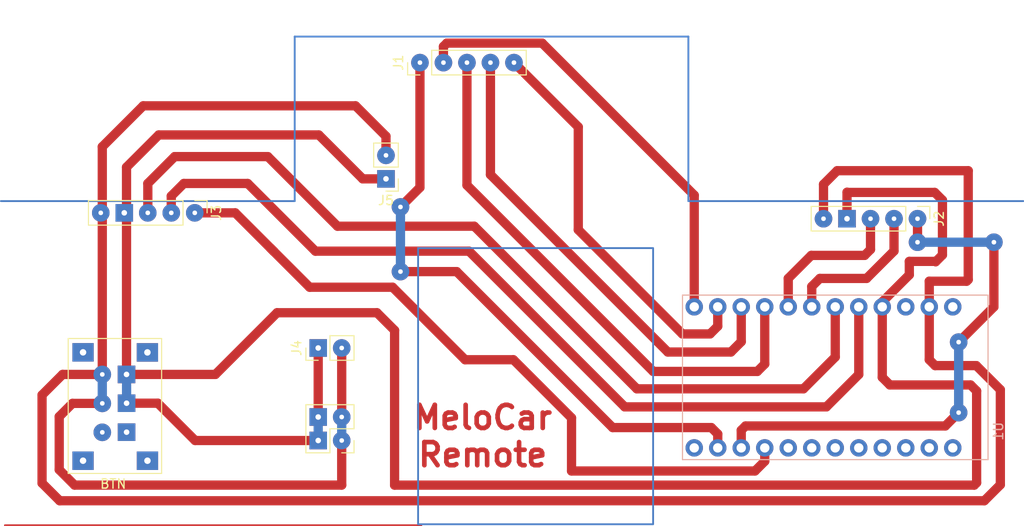
<source format=kicad_pcb>
(kicad_pcb (version 20211014) (generator pcbnew)
  (layers (0 "F.Cu" signal) (31 "B.Cu" signal) (34 "B.Paste" user) (35 "F.Paste" user) (36 "B.SilkS" user "B.Silkscreen") (37 "F.SilkS" user "F.Silkscreen") (38 "B.Mask" user) (39 "F.Mask" user) (44 "Edge.Cuts" user))
  (net 0 "")
  (net 1 "+5V")
  (net 2 "GND")
  (net 10 "Net-(J1-Pad1)")
  (net 12 "Net-(J1-Pad2)")
  (net 13 "Net-(J1-Pad5)")
  (net 14 "Net-(J1-Pad3)")
  (net 17 "Net-(J2-Pad1)")
  (net 18 "Net-(J1-Pad4)")
  (net 19 "Net-(J2-Pad3)")
  (net 20 "Net-(J3-Pad1)")
  (net 21 "Net-(J3-Pad2)")
  (net 22 "Net-(U1-PadJP6_6)")
  (net 23 "Net-(U1-PadJP6_7)")
  (footprint "" (layer "F.Cu") (at 115.57 65.405)
    (fp_text reference "" (at 0 0) (layer "F.SilkS") (effects (font (size 1.27 1.27))))
    (fp_text value "" (at 0 0) (layer "F.SilkS") (effects (font (size 1.27 1.27))))
    (pad "1" thru_hole oval (at 0 0 270) (size 1.9 1.9) (drill 0.5) (layers *.Cu *.Mask) (net 17 "Net-(J2-Pad1)"))
  )
  (footprint "Connector_PinHeader_2.54mm:PinHeader_2x02_P2.54mm_Vertical" (layer "F.Cu") (at 48.895 68.42 180)
    (fp_text reference "" (at 1.27 -2.33) (layer "F.SilkS"))
    (fp_text value "POWERS")
    (fp_line (start -1.33 3.87) (end 3.87 3.87) (layer "F.SilkS") (width 0.12))
    (fp_line (start 3.87 -1.33) (end 3.87 3.87) (layer "F.SilkS") (width 0.12))
    (fp_line (start 1.27 1.27) (end 1.27 -1.33) (layer "F.SilkS") (width 0.12))
    (fp_line (start -1.33 1.27) (end 1.27 1.27) (layer "F.SilkS") (width 0.12))
    (fp_line (start -1.33 -1.33) (end 0 -1.33) (layer "F.SilkS") (width 0.12))
    (fp_line (start -1.33 1.27) (end -1.33 3.87) (layer "F.SilkS") (width 0.12))
    (fp_line (start 1.27 -1.33) (end 3.87 -1.33) (layer "F.SilkS") (width 0.12))
    (fp_line (start -1.33 0) (end -1.33 -1.33) (layer "F.SilkS") (width 0.12))
    (pad "1" thru_hole oval (at 0 0 180) (size 1.9 1.9) (drill 0.5) (layers *.Cu *.Mask) (net 2 "GND"))
    (pad "2" thru_hole rect (at 2.54 0 180) (size 1.9 1.9) (drill 0.6) (layers *.Cu *.Mask) (net 1 "+5V"))
    (pad "3" thru_hole oval (at 0 2.54 180) (size 1.9 1.9) (drill 0.5) (layers *.Cu *.Mask) (net 2 "GND"))
    (pad "4" thru_hole rect (at 2.54 2.54 180) (size 1.9 1.9) (drill 0.6) (layers *.Cu *.Mask) (net 1 "+5V"))
  )
  (footprint "" (layer "F.Cu") (at 115.57 57.785)
    (fp_text reference "" (at 0 0) (layer "F.SilkS") (effects (font (size 1.27 1.27))))
    (fp_text value "" (at 0 0) (layer "F.SilkS") (effects (font (size 1.27 1.27))))
    (pad "1" thru_hole oval (at 0 0 270) (size 1.9 1.9) (drill 0.5) (layers *.Cu *.Mask) (net 17 "Net-(J2-Pad1)"))
  )
  (footprint "Connector_PinHeader_2.54mm:PinHeader_1x02_P2.54mm_Vertical" (layer "F.Cu") (at 46.355 58.42 90)
    (fp_text reference "J4" (at 0 -2.33 90) (layer "F.SilkS"))
    (fp_text value "Micro-Power-IN")
    (fp_line (start -1.33 0) (end -1.33 -1.33) (layer "F.SilkS") (width 0.12))
    (fp_line (start -1.33 1.27) (end 1.33 1.27) (layer "F.SilkS") (width 0.12))
    (fp_line (start -1.33 -1.33) (end 0 -1.33) (layer "F.SilkS") (width 0.12))
    (fp_line (start 1.33 1.27) (end 1.33 3.87) (layer "F.SilkS") (width 0.12))
    (fp_line (start -1.33 1.27) (end -1.33 3.87) (layer "F.SilkS") (width 0.12))
    (fp_line (start -1.33 3.87) (end 1.33 3.87) (layer "F.SilkS") (width 0.12))
    (pad "1" thru_hole rect (at 0 0 90) (size 1.9 1.9) (drill 0.6) (layers *.Cu *.Mask) (net 1 "+5V"))
    (pad "2" thru_hole oval (at 0 2.54 90) (size 1.9 1.9) (drill 0.5) (layers *.Cu *.Mask) (net 2 "GND"))
  )
  (footprint "Connector_PinHeader_2.54mm:PinHeader_1x05_P2.54mm_Vertical" (layer "F.Cu") (at 57.35 27.58 90)
    (fp_text reference "J1" (at 0 -2.33 90) (layer "F.SilkS"))
    (fp_text value "Conn_01x05_Male")
    (fp_line (start -1.33 0) (end -1.33 -1.33) (layer "F.SilkS") (width 0.12))
    (fp_line (start 1.33 1.27) (end 1.33 11.49) (layer "F.SilkS") (width 0.12))
    (fp_line (start -1.33 1.27) (end 1.33 1.27) (layer "F.SilkS") (width 0.12))
    (fp_line (start -1.33 -1.33) (end 0 -1.33) (layer "F.SilkS") (width 0.12))
    (fp_line (start -1.33 11.49) (end 1.33 11.49) (layer "F.SilkS") (width 0.12))
    (fp_line (start -1.33 1.27) (end -1.33 11.49) (layer "F.SilkS") (width 0.12))
    (pad "1" thru_hole oval (at 0 0 90) (size 1.9 1.9) (drill 0.5) (layers *.Cu *.Mask) (net 10 "Net-(J1-Pad1)"))
    (pad "2" thru_hole oval (at 0 2.54 90) (size 1.9 1.9) (drill 0.5) (layers *.Cu *.Mask) (net 12 "Net-(J1-Pad2)"))
    (pad "3" thru_hole oval (at 0 5.08 90) (size 1.9 1.9) (drill 0.5) (layers *.Cu *.Mask) (net 14 "Net-(J1-Pad3)"))
    (pad "4" thru_hole oval (at 0 7.62 90) (size 1.9 1.9) (drill 0.5) (layers *.Cu *.Mask) (net 18 "Net-(J1-Pad4)"))
    (pad "5" thru_hole oval (at 0 10.16 90) (size 1.9 1.9) (drill 0.5) (layers *.Cu *.Mask) (net 13 "Net-(J1-Pad5)"))
  )
  (footprint "" (layer "F.Cu") (at 55.245 43.18)
    (fp_text reference "" (at 0 0) (layer "F.SilkS") (effects (font (size 1.27 1.27))))
    (fp_text value "" (at 0 0) (layer "F.SilkS") (effects (font (size 1.27 1.27))))
    (pad "1" thru_hole oval (at 0 0 90) (size 1.9 1.9) (drill 0.5) (layers *.Cu *.Mask) (net 10 "Net-(J1-Pad1)"))
  )
  (footprint "Connector_PinHeader_2.54mm:PinHeader_1x02_P2.54mm_Vertical" (layer "F.Cu") (at 53.680487 40.141197 180)
    (fp_text reference "J5" (at 0 -2.33) (layer "F.SilkS"))
    (fp_text value "NRF-Power")
    (fp_line (start 1.33 1.27) (end 1.33 3.87) (layer "F.SilkS") (width 0.12))
    (fp_line (start -1.33 1.27) (end -1.33 3.87) (layer "F.SilkS") (width 0.12))
    (fp_line (start -1.33 0) (end -1.33 -1.33) (layer "F.SilkS") (width 0.12))
    (fp_line (start -1.33 3.87) (end 1.33 3.87) (layer "F.SilkS") (width 0.12))
    (fp_line (start -1.33 -1.33) (end 0 -1.33) (layer "F.SilkS") (width 0.12))
    (fp_line (start -1.33 1.27) (end 1.33 1.27) (layer "F.SilkS") (width 0.12))
    (pad "1" thru_hole rect (at 0 0 180) (size 1.9 1.9) (drill 0.6) (layers *.Cu *.Mask) (net 1 "+5V"))
    (pad "2" thru_hole oval (at 0 2.54 180) (size 1.9 1.9) (drill 0.5) (layers *.Cu *.Mask) (net 2 "GND"))
  )
  (footprint "Connector_PinHeader_2.54mm:PinHeader_1x05_P2.54mm_Vertical" (layer "F.Cu") (at 111.125 44.45 -90)
    (fp_text reference "J2" (at 0 -2.33 90) (layer "F.SilkS"))
    (fp_text value "Joystick_Left")
    (fp_line (start -1.33 11.49) (end 1.33 11.49) (layer "F.SilkS") (width 0.12))
    (fp_line (start 1.33 1.27) (end 1.33 11.49) (layer "F.SilkS") (width 0.12))
    (fp_line (start -1.33 -1.33) (end 0 -1.33) (layer "F.SilkS") (width 0.12))
    (fp_line (start -1.33 0) (end -1.33 -1.33) (layer "F.SilkS") (width 0.12))
    (fp_line (start -1.33 1.27) (end -1.33 11.49) (layer "F.SilkS") (width 0.12))
    (fp_line (start -1.33 1.27) (end 1.33 1.27) (layer "F.SilkS") (width 0.12))
    (pad "1" thru_hole oval (at 0 0 270) (size 1.9 1.9) (drill 0.5) (layers *.Cu *.Mask) (net 17 "Net-(J2-Pad1)"))
    (pad "2" thru_hole oval (at 0 2.54 270) (size 1.9 1.9) (drill 0.5) (layers *.Cu *.Mask) (net 23 "Net-(U1-PadJP6_7)"))
    (pad "3" thru_hole oval (at 0 5.08 270) (size 1.9 1.9) (drill 0.5) (layers *.Cu *.Mask) (net 19 "Net-(J2-Pad3)"))
    (pad "4" thru_hole rect (at 0 7.62 270) (size 1.9 1.9) (drill 0.6) (layers *.Cu *.Mask) (net 1 "+5V"))
    (pad "5" thru_hole oval (at 0 10.16 270) (size 1.9 1.9) (drill 0.5) (layers *.Cu *.Mask) (net 2 "GND"))
  )
  (footprint "Connector_PinHeader_2.54mm:PushButton_6_pin" (layer "F.Cu") (at 27.94 70.485 180)
    (fp_text reference "BTN" (at 3.74 -2.618) (layer "F.SilkS"))
    (fp_text value "PushButton_6_pin")
    (fp_line (start -1.491194 -1.496) (end 8.602 -1.496) (layer "F.SilkS") (width 0.12))
    (fp_line (start -1.491194 13.09) (end 8.602 13.09) (layer "F.SilkS") (width 0.12))
    (fp_line (start 8.602 -1.496) (end 8.602 13.09) (layer "F.SilkS") (width 0.12))
    (fp_line (start -1.491194 -1.496) (end -1.491194 13.09) (layer "F.SilkS") (width 0.12))
    (pad "" thru_hole rect (at 0.043736 11.586152 180) (size 2.3 2) (drill 0.7) (layers *.Cu *.Mask))
    (pad "" thru_hole rect (at 0.03893 -0.118391 180) (size 2.3 2) (drill 0.7) (layers *.Cu *.Mask))
    (pad "" thru_hole rect (at 7.000509 11.59419 180) (size 2.3 2) (drill 0.7) (layers *.Cu *.Mask))
    (pad "" thru_hole rect (at 7.000509 -0.118391 180) (size 2.3 2) (drill 0.7) (layers *.Cu *.Mask))
    (pad "1" thru_hole rect (at 2.294688 2.967779 180) (size 1.9 1.9) (drill 0.6) (layers *.Cu *.Mask))
    (pad "2" thru_hole oval (at 4.918896 2.948554 180) (size 1.9 1.9) (drill 0.5) (layers *.Cu *.Mask))
    (pad "3" thru_hole rect (at 2.29506 6.097205 180) (size 1.9 1.9) (drill 0.6) (layers *.Cu *.Mask) (net 1 "+5V"))
    (pad "4" thru_hole oval (at 4.919268 6.07798 180) (size 1.9 1.9) (drill 0.5) (layers *.Cu *.Mask) (net 2 "GND"))
    (pad "5" thru_hole rect (at 2.30164 9.207406 180) (size 1.9 1.9) (drill 0.6) (layers *.Cu *.Mask) (net 1 "+5V"))
    (pad "6" thru_hole oval (at 4.91964 9.207406 180) (size 1.9 1.9) (drill 0.5) (layers *.Cu *.Mask) (net 2 "GND"))
  )
  (footprint "" (layer "F.Cu") (at 55.245 50.165)
    (fp_text reference "" (at 0 0) (layer "F.SilkS") (effects (font (size 1.27 1.27))))
    (fp_text value "" (at 0 0) (layer "F.SilkS") (effects (font (size 1.27 1.27))))
    (pad "1" thru_hole oval (at 0 0 90) (size 1.9 1.9) (drill 0.5) (layers *.Cu *.Mask) (net 10 "Net-(J1-Pad1)"))
  )
  (footprint "" (layer "F.Cu") (at 119.38 46.99)
    (fp_text reference "" (at 0 0) (layer "F.SilkS") (effects (font (size 1.27 1.27))))
    (fp_text value "" (at 0 0) (layer "F.SilkS") (effects (font (size 1.27 1.27))))
    (pad "1" thru_hole oval (at 0 0 270) (size 1.9 1.9) (drill 0.5) (layers *.Cu *.Mask) (net 17 "Net-(J2-Pad1)"))
  )
  (footprint "" (layer "F.Cu") (at 111.125 46.99)
    (fp_text reference "" (at 0 0) (layer "F.SilkS") (effects (font (size 1.27 1.27))))
    (fp_text value "" (at 0 0) (layer "F.SilkS") (effects (font (size 1.27 1.27))))
    (pad "1" thru_hole oval (at 0 0 270) (size 1.9 1.9) (drill 0.5) (layers *.Cu *.Mask) (net 17 "Net-(J2-Pad1)"))
  )
  (footprint "Connector_PinHeader_2.54mm:PinHeader_1x05_P2.54mm_Vertical" (layer "F.Cu") (at 33.015 43.815 -90)
    (fp_text reference "J3" (at 0 -2.33 90) (layer "F.SilkS"))
    (fp_text value "Joystick_Right")
    (fp_line (start -1.33 -1.33) (end 0 -1.33) (layer "F.SilkS") (width 0.12))
    (fp_line (start 1.33 1.27) (end 1.33 11.49) (layer "F.SilkS") (width 0.12))
    (fp_line (start -1.33 1.27) (end -1.33 11.49) (layer "F.SilkS") (width 0.12))
    (fp_line (start -1.33 1.27) (end 1.33 1.27) (layer "F.SilkS") (width 0.12))
    (fp_line (start -1.33 0) (end -1.33 -1.33) (layer "F.SilkS") (width 0.12))
    (fp_line (start -1.33 11.49) (end 1.33 11.49) (layer "F.SilkS") (width 0.12))
    (pad "1" thru_hole oval (at 0 0 270) (size 1.9 1.9) (drill 0.5) (layers *.Cu *.Mask) (net 20 "Net-(J3-Pad1)"))
    (pad "2" thru_hole oval (at 0 2.54 270) (size 1.9 1.9) (drill 0.5) (layers *.Cu *.Mask) (net 21 "Net-(J3-Pad2)"))
    (pad "3" thru_hole oval (at 0 5.08 270) (size 1.9 1.9) (drill 0.5) (layers *.Cu *.Mask) (net 22 "Net-(U1-PadJP6_6)"))
    (pad "4" thru_hole rect (at 0 7.62 270) (size 1.9 1.9) (drill 0.6) (layers *.Cu *.Mask) (net 1 "+5V"))
    (pad "5" thru_hole oval (at 0 10.16 270) (size 1.9 1.9) (drill 0.5) (layers *.Cu *.Mask) (net 2 "GND"))
  )
  (footprint "Arduino pro mini:MODULE_ARDUINO_PRO_MINI" (layer "B.Cu") (at 102.235 61.595 90)
    (fp_text reference "U1" (at -5.825 17.635 270) (layer "B.SilkS") (effects (justify mirror)))
    (fp_text value "ARDUINO_PRO_MINI")
    (fp_line (start 8.89 16.51) (end -8.89 16.51) (layer "B.SilkS") (width 0.127))
    (fp_line (start -8.89 -16.51) (end 8.89 -16.51) (layer "B.SilkS") (width 0.127))
    (fp_line (start -8.89 16.51) (end -8.89 -16.51) (layer "B.SilkS") (width 0.127))
    (fp_line (start 8.89 -16.51) (end 8.89 16.51) (layer "B.SilkS") (width 0.127))
    (pad "JP6_1" thru_hole circle (at 7.62 12.7 90) (size 1.8796 1.8796) (drill 1.016) (layers *.Cu *.Mask))
    (pad "JP6_2" thru_hole circle (at 7.62 10.16 90) (size 1.8796 1.8796) (drill 1.016) (layers *.Cu *.Mask) (net 2 "GND"))
    (pad "JP6_3" thru_hole circle (at 7.62 7.62 90) (size 1.8796 1.8796) (drill 1.016) (layers *.Cu *.Mask))
    (pad "JP6_4" thru_hole circle (at 7.62 5.08 90) (size 1.8796 1.8796) (drill 1.016) (layers *.Cu *.Mask) (net 1 "+5V"))
    (pad "JP6_5" thru_hole circle (at 7.62 2.54 90) (size 1.8796 1.8796) (drill 1.016) (layers *.Cu *.Mask) (net 21 "Net-(J3-Pad2)"))
    (pad "JP6_6" thru_hole circle (at 7.62 0 90) (size 1.8796 1.8796) (drill 1.016) (layers *.Cu *.Mask) (net 22 "Net-(U1-PadJP6_6)"))
    (pad "JP6_7" thru_hole circle (at 7.62 -2.54 90) (size 1.8796 1.8796) (drill 1.016) (layers *.Cu *.Mask) (net 23 "Net-(U1-PadJP6_7)"))
    (pad "JP6_8" thru_hole circle (at 7.62 -5.08 90) (size 1.8796 1.8796) (drill 1.016) (layers *.Cu *.Mask) (net 19 "Net-(J2-Pad3)"))
    (pad "JP6_9" thru_hole circle (at 7.62 -7.62 90) (size 1.8796 1.8796) (drill 1.016) (layers *.Cu *.Mask) (net 14 "Net-(J1-Pad3)"))
    (pad "JP6_10" thru_hole circle (at 7.62 -10.16 90) (size 1.8796 1.8796) (drill 1.016) (layers *.Cu *.Mask) (net 18 "Net-(J1-Pad4)"))
    (pad "JP6_11" thru_hole circle (at 7.62 -12.7 90) (size 1.8796 1.8796) (drill 1.016) (layers *.Cu *.Mask) (net 13 "Net-(J1-Pad5)"))
    (pad "JP6_12" thru_hole circle (at 7.62 -15.24 90) (size 1.8796 1.8796) (drill 1.016) (layers *.Cu *.Mask) (net 12 "Net-(J1-Pad2)"))
    (pad "JP7_1" thru_hole circle (at -7.62 -15.24 90) (size 1.8796 1.8796) (drill 1.016) (layers *.Cu *.Mask))
    (pad "JP7_2" thru_hole circle (at -7.62 -12.7 90) (size 1.8796 1.8796) (drill 1.016) (layers *.Cu *.Mask) (net 10 "Net-(J1-Pad1)"))
    (pad "JP7_3" thru_hole circle (at -7.62 -10.16 90) (size 1.8796 1.8796) (drill 1.016) (layers *.Cu *.Mask) (net 17 "Net-(J2-Pad1)"))
    (pad "JP7_4" thru_hole circle (at -7.62 -7.62 90) (size 1.8796 1.8796) (drill 1.016) (layers *.Cu *.Mask) (net 20 "Net-(J3-Pad1)"))
    (pad "JP7_5" thru_hole circle (at -7.62 -5.08 90) (size 1.8796 1.8796) (drill 1.016) (layers *.Cu *.Mask))
    (pad "JP7_6" thru_hole circle (at -7.62 -2.54 90) (size 1.8796 1.8796) (drill 1.016) (layers *.Cu *.Mask))
    (pad "JP7_7" thru_hole circle (at -7.62 0 90) (size 1.8796 1.8796) (drill 1.016) (layers *.Cu *.Mask))
    (pad "JP7_8" thru_hole circle (at -7.62 2.54 90) (size 1.8796 1.8796) (drill 1.016) (layers *.Cu *.Mask))
    (pad "JP7_9" thru_hole circle (at -7.62 5.08 90) (size 1.8796 1.8796) (drill 1.016) (layers *.Cu *.Mask))
    (pad "JP7_10" thru_hole circle (at -7.62 7.62 90) (size 1.8796 1.8796) (drill 1.016) (layers *.Cu *.Mask))
    (pad "JP7_11" thru_hole circle (at -7.62 10.16 90) (size 1.8796 1.8796) (drill 1.016) (layers *.Cu *.Mask))
    (pad "JP7_12" thru_hole circle (at -7.62 12.7 90) (size 1.8796 1.8796) (drill 1.016) (layers *.Cu *.Mask))
  )
  (gr_line (start 12.5 77.58) (end 57.5 77.58) (layer "F.Cu") (width 0.2))
  (gr_line (start 86.36 24.765) (end 86.36 42.545) (layer "B.Cu") (width 0.2))
  (gr_line (start 12.065 42.545) (end 43.815 42.545) (layer "B.Cu") (width 0.2))
  (gr_line (start 43.815 24.765) (end 86.36 24.765) (layer "B.Cu") (width 0.2))
  (gr_line (start 43.815 42.545) (end 43.815 24.765) (layer "B.Cu") (width 0.2))
  (gr_rect (start 82.55 47.625) (end 57.15 77.47) (layer "B.Cu") (width 0.2) (fill none))
  (gr_line (start 86.36 42.545) (end 122.555 42.545) (layer "B.Cu") (width 0.2))
  (gr_text "MeloCar\nRemote" (at 64.135 67.945) (layer "F.Cu") (effects (font (size 2.5 2.5) (thickness 0.5))))
  (segment (start 25.63836 61.277594) (end 35.242406 61.277594) (width 1) (layer "F.Cu") (net 1))
  (segment (start 107.315 53.43546) (end 107.315 53.975) (width 1) (layer "F.Cu") (net 1))
  (segment (start 46.355 68.42) (end 33.054059 68.42) (width 1) (layer "F.Cu") (net 1))
  (segment (start 33.054059 68.42) (end 29.021854 64.387795) (width 1) (layer "F.Cu") (net 1))
  (segment (start 113.819576 42.442668) (end 113.819576 48.365608) (width 1) (layer "F.Cu") (net 1))
  (segment (start 29.120765 35.396062) (end 25.63836 38.878467) (width 1) (layer "F.Cu") (net 1))
  (segment (start 110.238595 50.511865) (end 107.315 53.43546) (width 1) (layer "F.Cu") (net 1))
  (segment (start 51.16596 40.141197) (end 46.420825 35.396062) (width 1) (layer "F.Cu") (net 1))
  (segment (start 112.984619 41.607711) (end 113.819576 42.442668) (width 1) (layer "F.Cu") (net 1))
  (segment (start 25.63836 38.878467) (end 25.63836 61.277594) (width 1) (layer "F.Cu") (net 1))
  (segment (start 46.355 58.42) (end 46.355 65.88) (width 1) (layer "F.Cu") (net 1))
  (segment (start 54.61 56.515) (end 54.61 73.242248) (width 1) (layer "F.Cu") (net 1))
  (segment (start 108.13539 62.41539) (end 107.315 61.595) (width 1) (layer "F.Cu") (net 1))
  (segment (start 46.420825 35.396062) (end 29.120765 35.396062) (width 1) (layer "F.Cu") (net 1))
  (segment (start 113.085213 49.099971) (end 113.045799 49.060557) (width 1) (layer "F.Cu") (net 1))
  (segment (start 35.242406 61.277594) (end 41.91 54.61) (width 1) (layer "F.Cu") (net 1))
  (segment (start 110.238595 49.060557) (end 110.238595 50.511865) (width 1) (layer "F.Cu") (net 1))
  (segment (start 52.705 54.61) (end 54.61 56.515) (width 1) (layer "F.Cu") (net 1))
  (segment (start 113.819576 48.365608) (end 113.085213 49.099971) (width 1) (layer "F.Cu") (net 1))
  (segment (start 113.045799 49.060557) (end 110.238595 49.060557) (width 1) (layer "F.Cu") (net 1))
  (segment (start 25.632406 61.27164) (end 25.63836 61.277594) (width 1) (layer "F.Cu") (net 1))
  (segment (start 107.315 61.595) (end 107.315 53.975) (width 1) (layer "F.Cu") (net 1))
  (segment (start 41.91 54.61) (end 52.705 54.61) (width 1) (layer "F.Cu") (net 1))
  (segment (start 29.021854 64.387795) (end 25.64494 64.387795) (width 1) (layer "F.Cu") (net 1))
  (segment (start 117.257752 73.242248) (end 117.512275 72.987725) (width 1) (layer "F.Cu") (net 1))
  (segment (start 116.862186 62.41539) (end 108.13539 62.41539) (width 1) (layer "F.Cu") (net 1))
  (segment (start 53.680487 40.141197) (end 51.16596 40.141197) (width 1) (layer "F.Cu") (net 1))
  (segment (start 103.505 41.593675) (end 103.519036 41.607711) (width 1) (layer "F.Cu") (net 1))
  (segment (start 117.512275 63.065479) (end 116.862186 62.41539) (width 1) (layer "F.Cu") (net 1))
  (segment (start 54.61 73.242248) (end 117.257752 73.242248) (width 1) (layer "F.Cu") (net 1))
  (segment (start 103.519036 41.607711) (end 112.984619 41.607711) (width 1) (layer "F.Cu") (net 1))
  (segment (start 117.512275 72.987725) (end 117.512275 63.065479) (width 1) (layer "F.Cu") (net 1))
  (segment (start 103.505 44.45) (end 103.505 41.593675) (width 1) (layer "F.Cu") (net 1))
  (segment (start 46.355 68.42) (end 46.355 65.88) (width 1) (layer "B.Cu") (net 1))
  (segment (start 25.64494 61.284174) (end 25.63836 61.277594) (width 1) (layer "B.Cu") (net 1))
  (segment (start 25.64494 64.387795) (end 25.64494 61.284174) (width 1) (layer "B.Cu") (net 1))
  (segment (start 112.395 59.69) (end 112.395 53.975) (width 1) (layer "F.Cu") (net 2))
  (segment (start 53.680487 35.537331) (end 50.391194 32.248038) (width 1) (layer "F.Cu") (net 2))
  (segment (start 116.606034 51.033966) (end 116.43473 51.20527) (width 1) (layer "F.Cu") (net 2))
  (segment (start 117.475 60.325) (end 113.03 60.325) (width 1) (layer "F.Cu") (net 2))
  (segment (start 23.02036 36.66964) (end 23.02036 61.277594) (width 1) (layer "F.Cu") (net 2))
  (segment (start 16.51 63.5) (end 16.51 73.025) (width 1) (layer "F.Cu") (net 2))
  (segment (start 100.965 40.736392) (end 102.440895 39.260497) (width 1) (layer "F.Cu") (net 2))
  (segment (start 20.025405 73.239305) (end 48.895 73.239305) (width 1) (layer "F.Cu") (net 2))
  (segment (start 50.391194 32.248038) (end 27.441962 32.248038) (width 1) (layer "F.Cu") (net 2))
  (segment (start 113.03 60.325) (end 112.395 59.69) (width 1) (layer "F.Cu") (net 2))
  (segment (start 120.076853 62.926853) (end 117.475 60.325) (width 1) (layer "F.Cu") (net 2))
  (segment (start 23.020732 64.40702) (end 19.793278 64.40702) (width 1) (layer "F.Cu") (net 2))
  (segment (start 116.43473 51.20527) (end 112.395 51.20527) (width 1) (layer "F.Cu") (net 2))
  (segment (start 23.02036 61.277594) (end 18.732406 61.277594) (width 1) (layer "F.Cu") (net 2))
  (segment (start 112.395 51.20527) (end 112.395 53.975) (width 1) (layer "F.Cu") (net 2))
  (segment (start 27.441962 32.248038) (end 23.02036 36.66964) (width 1) (layer "F.Cu") (net 2))
  (segment (start 48.895 58.42) (end 48.895 65.88) (width 1) (layer "F.Cu") (net 2))
  (segment (start 100.965 44.45) (end 100.965 40.736392) (width 1) (layer "F.Cu") (net 2))
  (segment (start 16.51 73.025) (end 18.415 74.93) (width 1) (layer "F.Cu") (net 2))
  (segment (start 53.680487 37.601197) (end 53.680487 35.537331) (width 1) (layer "F.Cu") (net 2))
  (segment (start 102.440895 39.260497) (end 116.606034 39.260497) (width 1) (layer "F.Cu") (net 2))
  (segment (start 18.732406 61.277594) (end 16.51 63.5) (width 1) (layer "F.Cu") (net 2))
  (segment (start 18.365876 65.834422) (end 18.365876 71.579776) (width 1) (layer "F.Cu") (net 2))
  (segment (start 19.793278 64.40702) (end 18.365876 65.834422) (width 1) (layer "F.Cu") (net 2))
  (segment (start 48.895 73.239305) (end 48.895 68.42) (width 1) (layer "F.Cu") (net 2))
  (segment (start 116.606034 39.260497) (end 116.606034 51.033966) (width 1) (layer "F.Cu") (net 2))
  (segment (start 118.347158 74.93) (end 120.076853 73.200305) (width 1) (layer "F.Cu") (net 2))
  (segment (start 18.365876 71.579776) (end 20.025405 73.239305) (width 1) (layer "F.Cu") (net 2))
  (segment (start 120.076853 73.200305) (end 120.076853 62.926853) (width 1) (layer "F.Cu") (net 2))
  (segment (start 18.415 74.93) (end 118.347158 74.93) (width 1) (layer "F.Cu") (net 2))
  (segment (start 23.02036 64.406648) (end 23.020732 64.40702) (width 1) (layer "B.Cu") (net 2))
  (segment (start 23.02036 61.277594) (end 23.02036 64.406648) (width 1) (layer "B.Cu") (net 2))
  (segment (start 48.895 68.42) (end 48.895 65.88) (width 1) (layer "B.Cu") (net 2))
  (segment (start 88.840668 67.021073) (end 78.174416 67.021073) (width 1) (layer "F.Cu") (net 10))
  (segment (start 78.174416 67.021073) (end 61.318343 50.165) (width 1) (layer "F.Cu") (net 10))
  (segment (start 55.245 43.18) (end 57.35 41.075) (width 1) (layer "F.Cu") (net 10))
  (segment (start 89.535 67.715405) (end 88.840668 67.021073) (width 1) (layer "F.Cu") (net 10))
  (segment (start 61.318343 50.165) (end 55.245 50.165) (width 1) (layer "F.Cu") (net 10))
  (segment (start 57.35 41.075) (end 57.35 27.58) (width 1) (layer "F.Cu") (net 10))
  (segment (start 89.535 69.215) (end 89.535 67.715405) (width 1) (layer "F.Cu") (net 10))
  (segment (start 55.245 43.18) (end 55.245 50.165) (width 1) (layer "B.Cu") (net 10))
  (segment (start 86.995 53.975) (end 86.995 41.91) (width 1) (layer "F.Cu") (net 12))
  (segment (start 70.556668 25.471668) (end 60.253332 25.471668) (width 1) (layer "F.Cu") (net 12))
  (segment (start 86.995 41.91) (end 70.556668 25.471668) (width 1) (layer "F.Cu") (net 12))
  (segment (start 59.89 25.835) (end 59.89 27.58) (width 1) (layer "F.Cu") (net 12))
  (segment (start 60.253332 25.471668) (end 59.89 25.835) (width 1) (layer "F.Cu") (net 12))
  (segment (start 74.462056 45.649864) (end 74.462056 34.532056) (width 1) (layer "F.Cu") (net 13))
  (segment (start 74.462056 34.532056) (end 67.51 27.58) (width 1) (layer "F.Cu") (net 13))
  (segment (start 89.535 56.070466) (end 88.704827 56.900639) (width 1) (layer "F.Cu") (net 13))
  (segment (start 88.704827 56.900639) (end 85.712831 56.900639) (width 1) (layer "F.Cu") (net 13))
  (segment (start 89.535 53.975) (end 89.535 56.070466) (width 1) (layer "F.Cu") (net 13))
  (segment (start 85.712831 56.900639) (end 74.462056 45.649864) (width 1) (layer "F.Cu") (net 13))
  (segment (start 82.56005 60.955125) (end 62.43 40.825075) (width 1) (layer "F.Cu") (net 14))
  (segment (start 62.43 40.825075) (end 62.43 27.58) (width 1) (layer "F.Cu") (net 14))
  (segment (start 93.811888 60.955125) (end 82.56005 60.955125) (width 1) (layer "F.Cu") (net 14))
  (segment (start 94.615 53.975) (end 94.615 60.152013) (width 1) (layer "F.Cu") (net 14))
  (segment (start 94.615 60.152013) (end 93.811888 60.955125) (width 1) (layer "F.Cu") (net 14))
  (segment (start 92.075 67.31) (end 92.536879 66.848121) (width 1) (layer "F.Cu") (net 17))
  (segment (start 92.075 69.215) (end 92.075 67.31) (width 1) (layer "F.Cu") (net 17))
  (segment (start 111.125 44.45) (end 111.125 46.99) (width 1) (layer "F.Cu") (net 17))
  (segment (start 114.126879 66.848121) (end 115.57 65.405) (width 1) (layer "F.Cu") (net 17))
  (segment (start 119.38 53.975) (end 119.38 46.99) (width 1) (layer "F.Cu") (net 17))
  (segment (start 115.57 57.785) (end 119.38 53.975) (width 1) (layer "F.Cu") (net 17))
  (segment (start 92.536879 66.848121) (end 114.126879 66.848121) (width 1) (layer "F.Cu") (net 17))
  (segment (start 115.57 65.405) (end 115.57 57.785) (width 1) (layer "B.Cu") (net 17))
  (segment (start 111.125 46.99) (end 119.38 46.99) (width 1) (layer "B.Cu") (net 17))
  (segment (start 92.075 57.740627) (end 90.958153 58.857474) (width 1) (layer "F.Cu") (net 18))
  (segment (start 84.138877 58.857474) (end 64.97 39.688597) (width 1) (layer "F.Cu") (net 18))
  (segment (start 64.97 39.688597) (end 64.97 27.58) (width 1) (layer "F.Cu") (net 18))
  (segment (start 92.075 53.975) (end 92.075 57.740627) (width 1) (layer "F.Cu") (net 18))
  (segment (start 90.958153 58.857474) (end 84.138877 58.857474) (width 1) (layer "F.Cu") (net 18))
  (segment (start 105.405294 48.413152) (end 99.641525 48.413152) (width 1) (layer "F.Cu") (net 19))
  (segment (start 99.641525 48.413152) (end 97.155 50.899677) (width 1) (layer "F.Cu") (net 19))
  (segment (start 106.045 44.45) (end 106.045 47.773446) (width 1) (layer "F.Cu") (net 19))
  (segment (start 97.155 50.899677) (end 97.155 53.975) (width 1) (layer "F.Cu") (net 19))
  (segment (start 106.045 47.773446) (end 105.405294 48.413152) (width 1) (layer "F.Cu") (net 19))
  (segment (start 73.732908 71.715501) (end 73.732908 65.972619) (width 1) (layer "F.Cu") (net 20))
  (segment (start 73.732908 65.972619) (end 67.450289 59.69) (width 1) (layer "F.Cu") (net 20))
  (segment (start 93.559047 71.715501) (end 73.732908 71.715501) (width 1) (layer "F.Cu") (net 20))
  (segment (start 62.23 59.69) (end 54.395656 51.855656) (width 1) (layer "F.Cu") (net 20))
  (segment (start 94.615 69.215) (end 94.615 70.659548) (width 1) (layer "F.Cu") (net 20))
  (segment (start 41.553632 47.981368) (end 41.197265 47.625) (width 1) (layer "F.Cu") (net 20))
  (segment (start 67.450289 59.69) (end 62.23 59.69) (width 1) (layer "F.Cu") (net 20))
  (segment (start 54.395656 51.855656) (end 45.427921 51.855656) (width 1) (layer "F.Cu") (net 20))
  (segment (start 41.553632 47.981368) (end 37.387264 43.815) (width 1) (layer "F.Cu") (net 20))
  (segment (start 45.427921 51.855656) (end 41.553632 47.981368) (width 1) (layer "F.Cu") (net 20))
  (segment (start 94.615 70.659548) (end 93.559047 71.715501) (width 1) (layer "F.Cu") (net 20))
  (segment (start 37.387264 43.815) (end 33.015 43.815) (width 1) (layer "F.Cu") (net 20))
  (segment (start 79.481495 64.78479) (end 62.654049 47.957344) (width 1) (layer "F.Cu") (net 21))
  (segment (start 38.735 40.64) (end 31.831968 40.64) (width 1) (layer "F.Cu") (net 21))
  (segment (start 31.831968 40.64) (end 30.475 41.996968) (width 1) (layer "F.Cu") (net 21))
  (segment (start 30.475 41.996968) (end 30.475 43.815) (width 1) (layer "F.Cu") (net 21))
  (segment (start 46.052344 47.957344) (end 38.735 40.64) (width 1) (layer "F.Cu") (net 21))
  (segment (start 104.775 53.975) (end 104.775 61.284063) (width 1) (layer "F.Cu") (net 21))
  (segment (start 62.654049 47.957344) (end 46.052344 47.957344) (width 1) (layer "F.Cu") (net 21))
  (segment (start 104.775 61.284063) (end 101.274273 64.78479) (width 1) (layer "F.Cu") (net 21))
  (segment (start 101.274273 64.78479) (end 79.481495 64.78479) (width 1) (layer "F.Cu") (net 21))
  (segment (start 27.94 40.64) (end 30.844191 37.735809) (width 1) (layer "F.Cu") (net 22))
  (segment (start 48.435541 45.260541) (end 63.218637 45.260541) (width 1) (layer "F.Cu") (net 22))
  (segment (start 80.790993 62.832897) (end 98.79916 62.832897) (width 1) (layer "F.Cu") (net 22))
  (segment (start 102.235 59.397057) (end 102.235 53.975) (width 1) (layer "F.Cu") (net 22))
  (segment (start 27.94 43.81) (end 27.94 40.64) (width 1) (layer "F.Cu") (net 22))
  (segment (start 30.844191 37.735809) (end 40.910809 37.735809) (width 1) (layer "F.Cu") (net 22))
  (segment (start 63.218637 45.260541) (end 80.790993 62.832897) (width 1) (layer "F.Cu") (net 22))
  (segment (start 98.79916 62.832897) (end 102.235 59.397057) (width 1) (layer "F.Cu") (net 22))
  (segment (start 27.935 43.815) (end 27.94 43.81) (width 1) (layer "F.Cu") (net 22))
  (segment (start 40.910809 37.735809) (end 48.435541 45.260541) (width 1) (layer "F.Cu") (net 22))
  (segment (start 108.585 47.937436) (end 105.618766 50.90367) (width 1) (layer "F.Cu") (net 23))
  (segment (start 105.618766 50.90367) (end 100.566574 50.90367) (width 1) (layer "F.Cu") (net 23))
  (segment (start 100.566574 50.90367) (end 99.695 51.775244) (width 1) (layer "F.Cu") (net 23))
  (segment (start 108.585 44.45) (end 108.585 47.937436) (width 1) (layer "F.Cu") (net 23))
  (segment (start 99.695 51.775244) (end 99.695 53.975) (width 1) (layer "F.Cu") (net 23))
)
</source>
